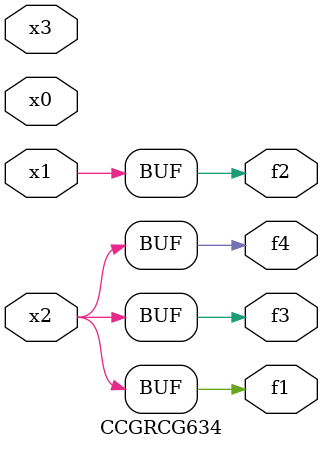
<source format=v>
module CCGRCG634(
	input x0, x1, x2, x3,
	output f1, f2, f3, f4
);
	assign f1 = x2;
	assign f2 = x1;
	assign f3 = x2;
	assign f4 = x2;
endmodule

</source>
